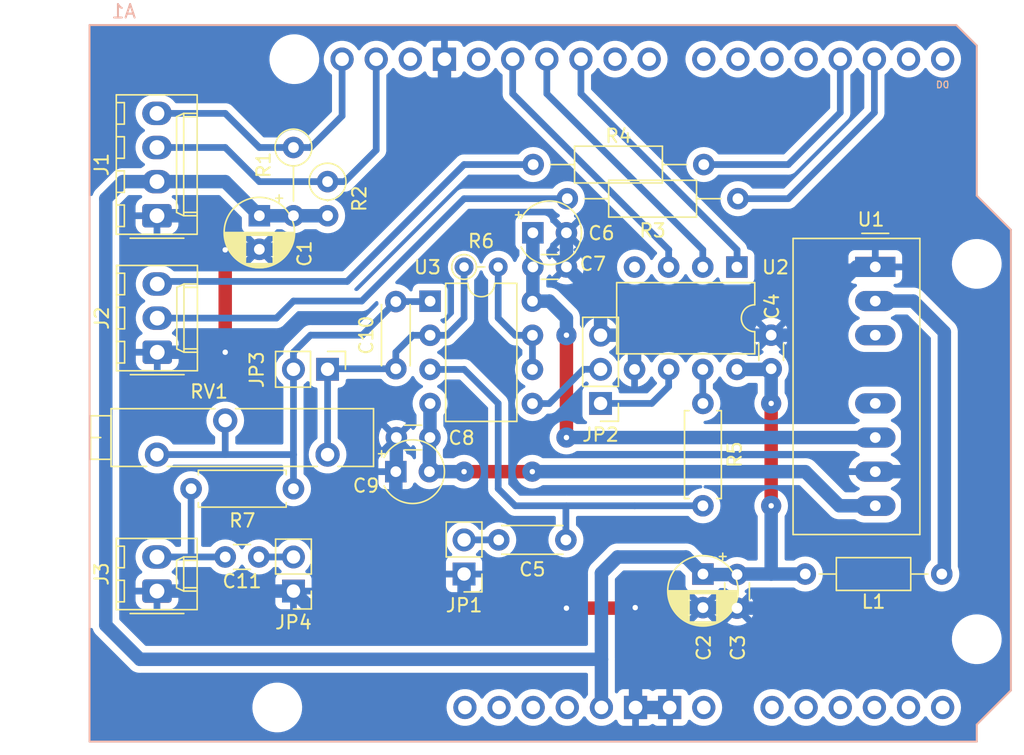
<source format=kicad_pcb>
(kicad_pcb (version 20221018) (generator pcbnew)
  (title_block (title "DAC Controller (Arduino Uno Shield)") (date "2023-09-05") (rev "1.1") (company "University of Vienna, Vienna, Austria.") (comment 1 "Disclaimer: Provided \"as is\", without warranty of any kind!") (comment 2 "License: CC-BY-SA-4.0") (comment 3 "Author: Andreas Gartus"))
  (layers (0 "F.Cu" signal) (31 "B.Cu" signal) (34 "B.Paste" user) (35 "F.Paste" user) (36 "B.SilkS" user "B.Silkscreen") (37 "F.SilkS" user "F.Silkscreen") (38 "B.Mask" user) (39 "F.Mask" user) (44 "Edge.Cuts" user))
  (net 0 "")
  (net 1 "Net-(A1-D2_INT0)")
  (net 2 "Net-(A1-D3_INT1)")
  (net 3 "Net-(J2-Pin_2)")
  (net 4 "Net-(U2-VOUT)")
  (net 5 "Net-(U3A-+)")
  (net 6 "Net-(JP3-B)")
  (net 7 "+5V")
  (net 8 "Net-(J1-Pin_4)")
  (net 9 "Net-(J1-Pin_3)")
  (net 10 "Net-(JP3-A)")
  (net 11 "Net-(U3B--)")
  (net 12 "Net-(A1-D10_CS)")
  (net 13 "Net-(U2-~{LOAD})")
  (net 15 "GND")
  (net 16 "Net-(JP2-A)")
  (net 17 "-5VA")
  (net 18 "Net-(JP2-C)")
  (net 19 "+5VA")
  (net 40 "Net-(U1-+VIN)")
  (net 43 "Net-(JP1-B)")
  (net 44 "Net-(JP4-B)")
  (net 45 "Net-(J2-Pin_3)")
  (net 46 "Net-(J3-Pin_2)")
  (net 47 "Net-(U2-DIN)")
  (footprint "Resistor_THT:R_Axial_DIN0204_L3.6mm_D1.6mm_P2.54mm_Vertical" (layer "F.Cu") (at 118.046 80.235763)
    (fp_text reference "R6" (at 1.27 -1.92) (layer "F.SilkS"))
    (fp_text value "10k")
    (pad "1" thru_hole circle (at 0 0) (size 1.4 1.4) (drill 0.7) (layers "*.Cu" "*.Mask") (net 10 "Net-(JP3-A)"))
    (pad "2" thru_hole oval (at 2.54 0) (size 1.4 1.4) (drill 0.7) (layers "*.Cu" "*.Mask") (net 11 "Net-(U3B--)"))
  )
  (footprint "Capacitor_THT:CP_Radial_D5.0mm_P2.50mm" (layer "F.Cu") (at 102.806 76.425763 -90)
    (fp_text reference "C1" (at 2.822237 -3.366 90) (layer "F.SilkS"))
    (fp_text value "10u")
    (pad "1" thru_hole rect (at 0 0 270) (size 1.6 1.6) (drill 0.8) (layers "*.Cu" "*.Mask") (net 7 "+5V"))
    (pad "2" thru_hole circle (at 2.5 0 270) (size 1.6 1.6) (drill 0.8) (layers "*.Cu" "*.Mask") (net 15 "GND"))
  )
  (footprint "Connector_PinHeader_2.54mm:PinHeader_1x02_P2.54mm_Vertical" (layer "F.Cu") (at 105.346 104.365763 180)
    (fp_text reference "JP4" (at 0 -2.33) (layer "F.SilkS"))
    (fp_text value "Filter Output")
    (pad "1" thru_hole rect (at 0 0 180) (size 1.7 1.7) (drill 1) (layers "*.Cu" "*.Mask") (net 15 "GND"))
    (pad "2" thru_hole oval (at 0 2.54 180) (size 1.7 1.7) (drill 1) (layers "*.Cu" "*.Mask") (net 44 "Net-(JP4-B)"))
  )
  (footprint "Capacitor_THT:C_Disc_D3.0mm_W1.6mm_P2.50mm" (layer "F.Cu") (at 140.906 87.815763 90)
    (fp_text reference "C4" (at 4.630763 0.064 90) (layer "F.SilkS"))
    (fp_text value "100n")
    (pad "1" thru_hole circle (at 0 0 90) (size 1.6 1.6) (drill 0.8) (layers "*.Cu" "*.Mask") (net 7 "+5V"))
    (pad "2" thru_hole circle (at 2.5 0 90) (size 1.6 1.6) (drill 0.8) (layers "*.Cu" "*.Mask") (net 15 "GND"))
  )
  (footprint "Capacitor_THT:C_Disc_D4.3mm_W1.9mm_P5.00mm" (layer "F.Cu") (at 112.966 87.815763 90)
    (fp_text reference "C10" (at 2.5 -2.2 90) (layer "F.SilkS"))
    (fp_text value "2p2")
    (pad "1" thru_hole circle (at 0 0 90) (size 1.6 1.6) (drill 0.8) (layers "*.Cu" "*.Mask") (net 10 "Net-(JP3-A)"))
    (pad "2" thru_hole circle (at 5 0 90) (size 1.6 1.6) (drill 0.8) (layers "*.Cu" "*.Mask") (net 6 "Net-(JP3-B)"))
  )
  (footprint "Connector_Molex:Molex_KK-254_AE-6410-03A_1x03_P2.54mm_Vertical" (layer "F.Cu") (at 95.206 86.585763 90)
    (fp_text reference "J2" (at 2.54 -4.12 90) (layer "F.SilkS"))
    (fp_text value "Trigger Output")
    (pad "1" thru_hole roundrect (at 0 0 90) (size 1.74 2.19) (drill 1.1) (layers "*.Cu" "*.Mask") (roundrect_rratio 0.143678) (net 15 "GND"))
    (pad "2" thru_hole oval (at 2.54 0 90) (size 1.74 2.19) (drill 1.1) (layers "*.Cu" "*.Mask") (net 3 "Net-(J2-Pin_2)"))
    (pad "3" thru_hole oval (at 5.08 0 90) (size 1.74 2.19) (drill 1.1) (layers "*.Cu" "*.Mask") (net 45 "Net-(J2-Pin_3)"))
  )
  (footprint "Connector_Molex:Molex_KK-254_AE-6410-04A_1x04_P2.54mm_Vertical" (layer "F.Cu") (at 95.186 76.425763 90)
    (fp_text reference "J1" (at 3.81 -4.12 90) (layer "F.SilkS"))
    (fp_text value "I2C Display")
    (pad "1" thru_hole roundrect (at 0 0 90) (size 1.74 2.19) (drill 1.1) (layers "*.Cu" "*.Mask") (roundrect_rratio 0.143678) (net 15 "GND"))
    (pad "2" thru_hole oval (at 2.54 0 90) (size 1.74 2.19) (drill 1.1) (layers "*.Cu" "*.Mask") (net 7 "+5V"))
    (pad "3" thru_hole oval (at 5.08 0 90) (size 1.74 2.19) (drill 1.1) (layers "*.Cu" "*.Mask") (net 9 "Net-(J1-Pin_3)"))
    (pad "4" thru_hole oval (at 7.62 0 90) (size 1.74 2.19) (drill 1.1) (layers "*.Cu" "*.Mask") (net 8 "Net-(J1-Pin_4)"))
  )
  (footprint "Capacitor_THT:C_Disc_D4.3mm_W1.9mm_P5.00mm" (layer "F.Cu") (at 125.626 100.555763 180)
    (fp_text reference "C5" (at 2.5 -2.2) (layer "F.SilkS"))
    (fp_text value "100n")
    (pad "1" thru_hole circle (at 0 0 180) (size 1.6 1.6) (drill 0.8) (layers "*.Cu" "*.Mask") (net 5 "Net-(U3A-+)"))
    (pad "2" thru_hole circle (at 5 0 180) (size 1.6 1.6) (drill 0.8) (layers "*.Cu" "*.Mask") (net 43 "Net-(JP1-B)"))
  )
  (footprint "Resistor_THT:R_Axial_DIN0207_L6.3mm_D2.5mm_P10.16mm_Horizontal" (layer "F.Cu") (at 137.16 75.155763 180)
    (fp_text reference "R3" (at 5.08 -2.37 180) (layer "F.SilkS"))
    (fp_text value "100R")
    (pad "1" thru_hole circle (at -1.27 0 180) (size 1.6 1.6) (drill 0.8) (layers "*.Cu" "*.Mask") (net 1 "Net-(A1-D2_INT0)"))
    (pad "2" thru_hole oval (at 11.43 0 180) (size 1.6 1.6) (drill 0.8) (layers "*.Cu" "*.Mask") (net 3 "Net-(J2-Pin_2)"))
  )
  (footprint "Connector_PinHeader_2.54mm:PinHeader_1x03_P2.54mm_Vertical" (layer "F.Cu") (at 128.206 90.395763 180)
    (fp_text reference "JP2" (at 0 -2.33) (layer "F.SilkS"))
    (fp_text value "Negative bias")
    (pad "1" thru_hole rect (at 0 0 180) (size 1.7 1.7) (drill 1) (layers "*.Cu" "*.Mask") (net 16 "Net-(JP2-A)"))
    (pad "2" thru_hole oval (at 0 2.54 180) (size 1.7 1.7) (drill 1) (layers "*.Cu" "*.Mask") (net 18 "Net-(JP2-C)"))
    (pad "3" thru_hole oval (at 0 5.08 180) (size 1.7 1.7) (drill 1) (layers "*.Cu" "*.Mask") (net 15 "GND"))
  )
  (footprint "Resistor_THT:R_Axial_DIN0207_L6.3mm_D2.5mm_P7.62mm_Horizontal" (layer "F.Cu") (at 105.346 96.745763 180)
    (fp_text reference "R7" (at 3.81 -2.37) (layer "F.SilkS"))
    (fp_text value "47R")
    (pad "1" thru_hole circle (at 0 0 180) (size 1.6 1.6) (drill 0.8) (layers "*.Cu" "*.Mask") (net 6 "Net-(JP3-B)"))
    (pad "2" thru_hole oval (at 7.62 0 180) (size 1.6 1.6) (drill 0.8) (layers "*.Cu" "*.Mask") (net 46 "Net-(J3-Pin_2)"))
  )
  (footprint "Connector_Molex:Molex_KK-254_AE-6410-02A_1x02_P2.54mm_Vertical" (layer "F.Cu") (at 95.186 104.365763 90)
    (fp_text reference "J3" (at 1.27 -4.12 90) (layer "F.SilkS"))
    (fp_text value "Analog Output")
    (pad "1" thru_hole roundrect (at 0 0 90) (size 1.74 2.19) (drill 1.1) (layers "*.Cu" "*.Mask") (roundrect_rratio 0.143678) (net 15 "GND"))
    (pad "2" thru_hole oval (at 2.54 0 90) (size 1.74 2.19) (drill 1.1) (layers "*.Cu" "*.Mask") (net 46 "Net-(J3-Pin_2)"))
  )
  (footprint "Capacitor_THT:C_Disc_D3.0mm_W1.6mm_P2.50mm" (layer "F.Cu") (at 123.166 80.235763)
    (fp_text reference "C7" (at 4.469 -0.225763) (layer "F.SilkS"))
    (fp_text value "10n")
    (pad "1" thru_hole circle (at 0 0) (size 1.6 1.6) (drill 0.8) (layers "*.Cu" "*.Mask") (net 19 "+5VA"))
    (pad "2" thru_hole circle (at 2.5 0) (size 1.6 1.6) (drill 0.8) (layers "*.Cu" "*.Mask") (net 15 "GND"))
  )
  (footprint "Capacitor_THT:C_Disc_D3.0mm_W1.6mm_P2.50mm" (layer "F.Cu") (at 100.266 101.825763)
    (fp_text reference "C11" (at 1.25 1.806237) (layer "F.SilkS"))
    (fp_text value "10n")
    (pad "1" thru_hole circle (at 0 0) (size 1.6 1.6) (drill 0.8) (layers "*.Cu" "*.Mask") (net 46 "Net-(J3-Pin_2)"))
    (pad "2" thru_hole circle (at 2.5 0) (size 1.6 1.6) (drill 0.8) (layers "*.Cu" "*.Mask") (net 44 "Net-(JP4-B)"))
  )
  (footprint "PCM_arduino-library:Arduino_Uno_R3_Shield" (layer "F.Cu") (at 90.17 115.57)
    (fp_text reference "A1" (at 2.54 -54.356) (layer "B.SilkS") (effects (justify mirror)))
    (fp_text value "Arduino_Uno_R3_SMD_Shield")
    (fp_text user "D0" (at 63.5 -48.895 unlocked) (layer "B.SilkS") (effects (font (size 0.5 0.5) (thickness 0.075)) (justify mirror)))
    (fp_text user "D0" (at 63.5 -48.895 unlocked) (layer "F.SilkS") (effects (font (size 0.5 0.5) (thickness 0.075))))
    (pad "" np_thru_hole circle (at 13.97 -2.54) (size 3.2 3.2) (drill 3.2) (layers "*.Cu" "*.Mask"))
    (pad "" np_thru_hole circle (at 15.24 -50.8) (size 3.2 3.2) (drill 3.2) (layers "*.Cu" "*.Mask"))
    (pad "" thru_hole oval (at 27.94 -2.54) (size 1.7272 1.7272) (drill 1.016) (layers "*.Cu" "*.Mask"))
    (pad "" np_thru_hole circle (at 66.04 -35.56) (size 3.2 3.2) (drill 3.2) (layers "*.Cu" "*.Mask"))
    (pad "" np_thru_hole circle (at 66.04 -7.62) (size 3.2 3.2) (drill 3.2) (layers "*.Cu" "*.Mask"))
    (pad "3V3" thru_hole oval (at 35.56 -2.54) (size 1.7272 1.7272) (drill 1.016) (layers "*.Cu" "*.Mask"))
    (pad "5V1" thru_hole oval (at 38.1 -2.54) (size 1.7272 1.7272) (drill 1.016) (layers "*.Cu" "*.Mask") (net 7 "+5V"))
    (pad "A0" thru_hole oval (at 50.8 -2.54) (size 1.7272 1.7272) (drill 1.016) (layers "*.Cu" "*.Mask"))
    (pad "A1" thru_hole oval (at 53.34 -2.54) (size 1.7272 1.7272) (drill 1.016) (layers "*.Cu" "*.Mask"))
    (pad "A2" thru_hole oval (at 55.88 -2.54) (size 1.7272 1.7272) (drill 1.016) (layers "*.Cu" "*.Mask"))
    (pad "A3" thru_hole oval (at 58.42 -2.54) (size 1.7272 1.7272) (drill 1.016) (layers "*.Cu" "*.Mask"))
    (pad "A4" thru_hole oval (at 60.96 -2.54) (size 1.7272 1.7272) (drill 1.016) (layers "*.Cu" "*.Mask"))
    (pad "A5" thru_hole oval (at 63.5 -2.54) (size 1.7272 1.7272) (drill 1.016) (layers "*.Cu" "*.Mask"))
    (pad "AREF" thru_hole oval (at 23.876 -50.8) (size 1.7272 1.7272) (drill 1.016) (layers "*.Cu" "*.Mask"))
    (pad "D0" thru_hole oval (at 63.5 -50.8) (size 1.7272 1.7272) (drill 1.016) (layers "*.Cu" "*.Mask"))
    (pad "D1" thru_hole oval (at 60.96 -50.8) (size 1.7272 1.7272) (drill 1.016) (layers "*.Cu" "*.Mask"))
    (pad "D2" thru_hole oval (at 58.42 -50.8) (size 1.7272 1.7272) (drill 1.016) (layers "*.Cu" "*.Mask") (net 1 "Net-(A1-D2_INT0)"))
    (pad "D3" thru_hole oval (at 55.88 -50.8) (size 1.7272 1.7272) (drill 1.016) (layers "*.Cu" "*.Mask") (net 2 "Net-(A1-D3_INT1)"))
    (pad "D4" thru_hole oval (at 53.34 -50.8) (size 1.7272 1.7272) (drill 1.016) (layers "*.Cu" "*.Mask"))
    (pad "D5" thru_hole oval (at 50.8 -50.8) (size 1.7272 1.7272) (drill 1.016) (layers "*.Cu" "*.Mask"))
    (pad "D6" thru_hole oval (at 48.26 -50.8) (size 1.7272 1.7272) (drill 1.016) (layers "*.Cu" "*.Mask"))
    (pad "D7" thru_hole oval (at 45.72 -50.8) (size 1.7272 1.7272) (drill 1.016) (layers "*.Cu" "*.Mask"))
    (pad "D8" thru_hole oval (at 41.656 -50.8) (size 1.7272 1.7272) (drill 1.016) (layers "*.Cu" "*.Mask"))
    (pad "D9" thru_hole oval (at 39.116 -50.8) (size 1.7272 1.7272) (drill 1.016) (layers "*.Cu" "*.Mask"))
    (pad "D10" thru_hole oval (at 36.576 -50.8) (size 1.7272 1.7272) (drill 1.016) (layers "*.Cu" "*.Mask") (net 12 "Net-(A1-D10_CS)"))
    (pad "D11" thru_hole oval (at 34.036 -50.8) (size 1.7272 1.7272) (drill 1.016) (layers "*.Cu" "*.Mask") (net 47 "Net-(U2-DIN)"))
    (pad "D12" thru_hole oval (at 31.496 -50.8) (size 1.7272 1.7272) (drill 1.016) (layers "*.Cu" "*.Mask") (net 13 "Net-(U2-~{LOAD})"))
    (pad "D13" thru_hole oval (at 28.956 -50.8) (size 1.7272 1.7272) (drill 1.016) (layers "*.Cu" "*.Mask"))
    (pad "GND1" thru_hole rect (at 26.416 -50.8) (size 1.7272 1.7272) (drill 1.016) (layers "*.Cu" "*.Mask") (net 15 "GND"))
    (pad "GND2" thru_hole rect (at 40.64 -2.54) (size 1.7272 1.7272) (drill 1.016) (layers "*.Cu" "*.Mask") (net 15 "GND"))
    (pad "GND3" thru_hole rect (at 43.18 -2.54) (size 1.7272 1.7272) (drill 1.016) (layers "*.Cu" "*.Mask") (net 15 "GND"))
    (pad "IORF" thru_hole oval (at 30.48 -2.54) (size 1.7272 1.7272) (drill 1.016) (layers "*.Cu" "*.Mask"))
    (pad "RST1" thru_hole oval (at 33.02 -2.54) (size 1.7272 1.7272) (drill 1.016) (layers "*.Cu" "*.Mask"))
    (pad "SCL" thru_hole oval (at 18.796 -50.8) (size 1.7272 1.7272) (drill 1.016) (layers "*.Cu" "*.Mask") (net 8 "Net-(J1-Pin_4)"))
    (pad "SDA" thru_hole oval (at 21.336 -50.8) (size 1.7272 1.7272) (drill 1.016) (layers "*.Cu" "*.Mask") (net 9 "Net-(J1-Pin_3)"))
    (pad "VIN" thru_hole oval (at 45.72 -2.54) (size 1.7272 1.7272) (drill 1.016) (layers "*.Cu" "*.Mask"))
  )
  (footprint "Capacitor_THT:CP_Radial_Tantal_D4.5mm_P2.50mm" (layer "F.Cu") (at 123.166 77.695763)
    (fp_text reference "C6" (at 5.104 0.028237) (layer "F.SilkS"))
    (fp_text value "2u2")
    (pad "1" thru_hole rect (at 0 0) (size 1.6 1.6) (drill 0.8) (layers "*.Cu" "*.Mask") (net 19 "+5VA"))
    (pad "2" thru_hole circle (at 2.5 0) (size 1.6 1.6) (drill 0.8) (layers "*.Cu" "*.Mask") (net 15 "GND"))
  )
  (footprint "Connector_PinHeader_2.54mm:PinHeader_1x02_P2.54mm_Vertical" (layer "F.Cu") (at 107.886 87.855763 -90)
    (fp_text reference "JP3" (at 0.028237 5.27 90) (layer "F.SilkS"))
    (fp_text value "Gain = 1")
    (pad "1" thru_hole rect (at 0 0 270) (size 1.7 1.7) (drill 1) (layers "*.Cu" "*.Mask") (net 10 "Net-(JP3-A)"))
    (pad "2" thru_hole oval (at 0 2.54 270) (size 1.7 1.7) (drill 1) (layers "*.Cu" "*.Mask") (net 6 "Net-(JP3-B)"))
  )
  (footprint "Connector_PinHeader_2.54mm:PinHeader_1x02_P2.54mm_Vertical" (layer "F.Cu") (at 118.046 103.095763 180)
    (fp_text reference "JP1" (at 0 -2.33) (layer "F.SilkS"))
    (fp_text value "Filter DAC")
    (pad "1" thru_hole rect (at 0 0 180) (size 1.7 1.7) (drill 1) (layers "*.Cu" "*.Mask") (net 15 "GND"))
    (pad "2" thru_hole oval (at 0 2.54 180) (size 1.7 1.7) (drill 1) (layers "*.Cu" "*.Mask") (net 43 "Net-(JP1-B)"))
  )
  (footprint "Package_DIP:DIP-8_W7.62mm" (layer "F.Cu") (at 138.356 80.245763 -90)
    (fp_text reference "U2" (at 0.018237 -2.868 -180) (layer "F.SilkS"))
    (fp_text value "LTC1257")
    (pad "1" thru_hole rect (at 0 0 270) (size 1.6 1.6) (drill 0.8) (layers "*.Cu" "*.Mask") (net 12 "Net-(A1-D10_CS)"))
    (pad "2" thru_hole oval (at 0 2.54 270) (size 1.6 1.6) (drill 0.8) (layers "*.Cu" "*.Mask") (net 47 "Net-(U2-DIN)"))
    (pad "3" thru_hole oval (at 0 5.08 270) (size 1.6 1.6) (drill 0.8) (layers "*.Cu" "*.Mask") (net 13 "Net-(U2-~{LOAD})"))
    (pad "4" thru_hole oval (at 0 7.62 270) (size 1.6 1.6) (drill 0.8) (layers "*.Cu" "*.Mask"))
    (pad "5" thru_hole oval (at 7.62 7.62 270) (size 1.6 1.6) (drill 0.8) (layers "*.Cu" "*.Mask") (net 15 "GND"))
    (pad "6" thru_hole oval (at 7.62 5.08 270) (size 1.6 1.6) (drill 0.8) (layers "*.Cu" "*.Mask") (net 16 "Net-(JP2-A)"))
    (pad "7" thru_hole oval (at 7.62 2.54 270) (size 1.6 1.6) (drill 0.8) (layers "*.Cu" "*.Mask") (net 4 "Net-(U2-VOUT)"))
    (pad "8" thru_hole oval (at 7.62 0 270) (size 1.6 1.6) (drill 0.8) (layers "*.Cu" "*.Mask") (net 7 "+5V"))
  )
  (footprint "Capacitor_THT:C_Disc_D3.0mm_W1.6mm_P2.50mm" (layer "F.Cu") (at 115.506 92.935763 180)
    (fp_text reference "C9" (at 4.762 -3.584237) (layer "F.SilkS"))
    (fp_text value "10n")
    (pad "1" thru_hole circle (at 0 0 180) (size 1.6 1.6) (drill 0.8) (layers "*.Cu" "*.Mask") (net 17 "-5VA"))
    (pad "2" thru_hole circle (at 2.5 0 180) (size 1.6 1.6) (drill 0.8) (layers "*.Cu" "*.Mask") (net 15 "GND"))
  )
  (footprint "Resistor_THT:R_Axial_DIN0207_L6.3mm_D2.5mm_P7.62mm_Horizontal" (layer "F.Cu") (at 135.826 90.395763 -90)
    (fp_text reference "R5" (at 3.81 -2.37 90) (layer "F.SilkS"))
    (fp_text value "22R")
    (pad "1" thru_hole circle (at 0 0 270) (size 1.6 1.6) (drill 0.8) (layers "*.Cu" "*.Mask") (net 4 "Net-(U2-VOUT)"))
    (pad "2" thru_hole oval (at 7.62 0 270) (size 1.6 1.6) (drill 0.8) (layers "*.Cu" "*.Mask") (net 5 "Net-(U3A-+)"))
  )
  (footprint "Resistor_THT:R_Axial_DIN0207_L6.3mm_D2.5mm_P10.16mm_Horizontal" (layer "F.Cu") (at 134.62 72.615763 180)
    (fp_text reference "R4" (at 5.08 2.130763 180) (layer "F.SilkS"))
    (fp_text value "100R")
    (pad "1" thru_hole circle (at -1.27 0 180) (size 1.6 1.6) (drill 0.8) (layers "*.Cu" "*.Mask") (net 2 "Net-(A1-D3_INT1)"))
    (pad "2" thru_hole oval (at 11.43 0 180) (size 1.6 1.6) (drill 0.8) (layers "*.Cu" "*.Mask") (net 45 "Net-(J2-Pin_3)"))
  )
  (footprint "Inductor_THT:L_Axial_L5.3mm_D2.2mm_P10.16mm_Horizontal_Vishay_IM-1" (layer "F.Cu") (at 143.446 103.095763)
    (fp_text reference "L1" (at 5.08 2.060237) (layer "F.SilkS"))
    (fp_text value "3u3")
    (pad "1" thru_hole circle (at 0 0) (size 1.6 1.6) (drill 0.8) (layers "*.Cu" "*.Mask") (net 7 "+5V"))
    (pad "2" thru_hole oval (at 10.16 0) (size 1.6 1.6) (drill 0.8) (layers "*.Cu" "*.Mask") (net 40 "Net-(U1-+VIN)"))
  )
  (footprint "Capacitor_THT:CP_Radial_Tantal_D4.5mm_P2.50mm" (layer "F.Cu") (at 112.966 95.475763)
    (fp_text reference "C8" (at 4.89 -2.511763) (layer "F.SilkS"))
    (fp_text value "2u2")
    (pad "1" thru_hole rect (at 0 0) (size 1.6 1.6) (drill 0.8) (layers "*.Cu" "*.Mask") (net 15 "GND"))
    (pad "2" thru_hole circle (at 2.5 0) (size 1.6 1.6) (drill 0.8) (layers "*.Cu" "*.Mask") (net 17 "-5VA"))
  )
  (footprint "Capacitor_THT:CP_Radial_D5.0mm_P2.50mm" (layer "F.Cu") (at 135.826 103.095763 -90)
    (fp_text reference "C2" (at 5.489237 -0.064 -90) (layer "F.SilkS"))
    (fp_text value "22u")
    (pad "1" thru_hole rect (at 0 0 270) (size 1.6 1.6) (drill 0.8) (layers "*.Cu" "*.Mask") (net 7 "+5V"))
    (pad "2" thru_hole circle (at 2.5 0 270) (size 1.6 1.6) (drill 0.8) (layers "*.Cu" "*.Mask") (net 15 "GND"))
  )
  (footprint "Package_DIP:DIP-8_W7.62mm" (layer "F.Cu") (at 115.516 82.785763)
    (fp_text reference "U3" (at -0.2 -2.521763) (layer "F.SilkS"))
    (fp_text value "LM6172")
    (pad "1" thru_hole rect (at 0 0) (size 1.6 1.6) (drill 0.8) (layers "*.Cu" "*.Mask") (net 6 "Net-(JP3-B)"))
    (pad "2" thru_hole oval (at 0 2.54) (size 1.6 1.6) (drill 0.8) (layers "*.Cu" "*.Mask") (net 10 "Net-(JP3-A)"))
    (pad "3" thru_hole oval (at 0 5.08) (size 1.6 1.6) (drill 0.8) (layers "*.Cu" "*.Mask") (net 5 "Net-(U3A-+)"))
    (pad "4" thru_hole oval (at 0 7.62) (size 1.6 1.6) (drill 0.8) (layers "*.Cu" "*.Mask") (net 17 "-5VA"))
    (pad "5" thru_hole oval (at 7.62 7.62) (size 1.6 1.6) (drill 0.8) (layers "*.Cu" "*.Mask") (net 18 "Net-(JP2-C)"))
    (pad "6" thru_hole oval (at 7.62 5.08) (size 1.6 1.6) (drill 0.8) (layers "*.Cu" "*.Mask") (net 11 "Net-(U3B--)"))
    (pad "7" thru_hole oval (at 7.62 2.54) (size 1.6 1.6) (drill 0.8) (layers "*.Cu" "*.Mask") (net 11 "Net-(U3B--)"))
    (pad "8" thru_hole oval (at 7.62 0) (size 1.6 1.6) (drill 0.8) (layers "*.Cu" "*.Mask") (net 19 "+5VA"))
  )
  (footprint "Resistor_THT:R_Axial_DIN0207_L6.3mm_D2.5mm_P5.08mm_Vertical" (layer "F.Cu") (at 105.346 71.345763 -90)
    (fp_text reference "R1" (at 1.298237 2.222 90) (layer "F.SilkS"))
    (fp_text value "10k")
    (pad "1" thru_hole circle (at 0 0 270) (size 1.6 1.6) (drill 0.8) (layers "*.Cu" "*.Mask") (net 8 "Net-(J1-Pin_4)"))
    (pad "2" thru_hole oval (at 5.08 0 270) (size 1.6 1.6) (drill 0.8) (layers "*.Cu" "*.Mask") (net 7 "+5V"))
  )
  (footprint "Converter_DCDC:Converter_DCDC_TRACO_TMR-xxxx_THT" (layer "F.Cu") (at 148.656 80.235763 -90)
    (fp_text reference "U1" (at -3.527763 0.32 -180) (layer "F.SilkS"))
    (fp_text value "TMR-0521")
    (pad "1" thru_hole rect (at 0 0 270) (size 1.5 3) (drill 0.8) (layers "*.Cu" "*.Mask") (net 15 "GND"))
    (pad "2" thru_hole oval (at 2.54 0 270) (size 1.5 3) (drill 0.8) (layers "*.Cu" "*.Mask") (net 40 "Net-(U1-+VIN)"))
    (pad "3" thru_hole oval (at 5.08 0 270) (size 1.5 3) (drill 0.8) (layers "*.Cu" "*.Mask"))
    (pad "5" thru_hole oval (at 10.16 0 270) (size 1.5 3) (drill 0.8) (layers "*.Cu" "*.Mask"))
    (pad "6" thru_hole oval (at 12.7 0 270) (size 1.5 3) (drill 0.8) (layers "*.Cu" "*.Mask") (net 19 "+5VA"))
    (pad "7" thru_hole oval (at 15.24 0 270) (size 1.5 3) (drill 0.8) (layers "*.Cu" "*.Mask") (net 15 "GND"))
    (pad "8" thru_hole oval (at 17.78 0 270) (size 1.5 3) (drill 0.8) (layers "*.Cu" "*.Mask") (net 17 "-5VA"))
  )
  (footprint "Capacitor_THT:C_Disc_D3.0mm_W1.6mm_P2.50mm" (layer "F.Cu") (at 138.366 103.135763 -90)
    (fp_text reference "C3" (at 5.449237 -0.064 90) (layer "F.SilkS"))
    (fp_text value "100n")
    (pad "1" thru_hole circle (at 0 0 270) (size 1.6 1.6) (drill 0.8) (layers "*.Cu" "*.Mask") (net 7 "+5V"))
    (pad "2" thru_hole circle (at 2.5 0 270) (size 1.6 1.6) (drill 0.8) (layers "*.Cu" "*.Mask") (net 15 "GND"))
  )
  (footprint "Potentiometer_THT:Potentiometer_Bourns_3005_Horizontal" (layer "F.Cu") (at 107.886 94.205763)
    (fp_text reference "RV1" (at -8.826 -4.69) (layer "F.SilkS"))
    (fp_text value "20k")
    (pad "1" thru_hole circle (at 0 0) (size 1.8 1.8) (drill 1) (layers "*.Cu" "*.Mask") (net 10 "Net-(JP3-A)"))
    (pad "2" thru_hole circle (at -7.62 -2.54) (size 1.8 1.8) (drill 1) (layers "*.Cu" "*.Mask") (net 6 "Net-(JP3-B)"))
    (pad "3" thru_hole circle (at -12.7 0) (size 1.8 1.8) (drill 1) (layers "*.Cu" "*.Mask") (net 6 "Net-(JP3-B)"))
  )
  (footprint "Resistor_THT:R_Axial_DIN0207_L6.3mm_D2.5mm_P2.54mm_Vertical" (layer "F.Cu") (at 107.886 73.885763 -90)
    (fp_text reference "R2" (at 1.27 -2.37 90) (layer "F.SilkS"))
    (fp_text value "10k")
    (pad "1" thru_hole circle (at 0 0 270) (size 1.6 1.6) (drill 0.8) (layers "*.Cu" "*.Mask") (net 9 "Net-(J1-Pin_3)"))
    (pad "2" thru_hole oval (at 2.54 0 270) (size 1.6 1.6) (drill 0.8) (layers "*.Cu" "*.Mask") (net 7 "+5V"))
  )
  (segment (start 142.176 75.155763) (end 138.366 75.155763) (width 0.5) (layer "B.Cu") (net 1))
  (segment (start 148.59 64.77) (end 148.59 68.741763) (width 0.5) (layer "B.Cu") (net 1))
  (segment (start 148.59 68.741763) (end 142.176 75.155763) (width 0.5) (layer "B.Cu") (net 1))
  (segment (start 146.05 64.77) (end 146.05 68.741763) (width 0.5) (layer "B.Cu") (net 2))
  (segment (start 142.176 72.615763) (end 135.826 72.615763) (width 0.5) (layer "B.Cu") (net 2))
  (segment (start 146.05 68.741763) (end 142.176 72.615763) (width 0.5) (layer "B.Cu") (net 2))
  (segment (start 105.346 82.775763) (end 110.426 82.775763) (width 0.5) (layer "B.Cu") (net 3))
  (segment (start 95.206 84.045763) (end 104.076 84.045763) (width 0.5) (layer "B.Cu") (net 3))
  (segment (start 104.076 84.045763) (end 105.346 82.775763) (width 0.5) (layer "B.Cu") (net 3))
  (segment (start 110.426 82.775763) (end 118.046 75.155763) (width 0.5) (layer "B.Cu") (net 3))
  (segment (start 118.046 75.155763) (end 125.666 75.155763) (width 0.5) (layer "B.Cu") (net 3))
  (segment (start 135.816 87.865763) (end 135.816 90.385763) (width 0.5) (layer "B.Cu") (net 4))
  (segment (start 135.816 90.385763) (end 135.826 90.395763) (width 1) (layer "B.Cu") (net 4))
  (segment (start 118.036 87.865763) (end 115.516 87.865763) (width 0.5) (layer "B.Cu") (net 5))
  (segment (start 120.586 96.745763) (end 120.586 90.395763) (width 0.5) (layer "B.Cu") (net 5))
  (segment (start 120.586 90.395763) (end 118.046 87.855763) (width 0.5) (layer "B.Cu") (net 5))
  (segment (start 125.626 100.555763) (end 125.626 98.055763) (width 0.5) (layer "B.Cu") (net 5))
  (segment (start 121.856 98.015763) (end 120.586 96.745763) (width 0.5) (layer "B.Cu") (net 5))
  (segment (start 125.666 98.015763) (end 121.856 98.015763) (width 0.5) (layer "B.Cu") (net 5))
  (segment (start 118.046 87.855763) (end 118.036 87.865763) (width 0.5) (layer "B.Cu") (net 5))
  (segment (start 130.746 98.015763) (end 125.666 98.015763) (width 0.5) (layer "B.Cu") (net 5))
  (segment (start 125.626 98.055763) (end 125.666 98.015763) (width 0.5) (layer "B.Cu") (net 5))
  (segment (start 135.826 98.015763) (end 130.746 98.015763) (width 0.5) (layer "B.Cu") (net 5))
  (segment (start 100.266 91.665763) (end 100.266 94.205763) (width 0.5) (layer "B.Cu") (net 6))
  (segment (start 112.966 82.815763) (end 115.486 82.815763) (width 0.5) (layer "B.Cu") (net 6))
  (segment (start 105.346 86.585763) (end 105.346 87.855763) (width 0.5) (layer "B.Cu") (net 6))
  (segment (start 110.466 85.315763) (end 106.616 85.315763) (width 0.5) (layer "B.Cu") (net 6))
  (segment (start 112.966 82.815763) (end 110.466 85.315763) (width 0.5) (layer "B.Cu") (net 6))
  (segment (start 95.186 94.205763) (end 100.266 94.205763) (width 0.5) (layer "B.Cu") (net 6))
  (segment (start 115.486 82.815763) (end 115.516 82.785763) (width 0.5) (layer "B.Cu") (net 6))
  (segment (start 105.346 94.205763) (end 105.346 96.745763) (width 0.5) (layer "B.Cu") (net 6))
  (segment (start 106.616 85.315763) (end 105.346 86.585763) (width 0.5) (layer "B.Cu") (net 6))
  (segment (start 105.346 87.855763) (end 105.346 94.205763) (width 0.5) (layer "B.Cu") (net 6))
  (segment (start 100.266 94.205763) (end 105.346 94.205763) (width 0.5) (layer "B.Cu") (net 6))
  (segment (start 140.906 90.395763) (end 140.906 98.015763) (width 1) (layer "F.Cu") (net 7))
  (via (at 140.906 90.395763) (size 1.5) (drill 0.4) (layers "F.Cu" "B.Cu") (net 7))
  (via (at 140.906 98.015763) (size 1.5) (drill 0.4) (layers "F.Cu" "B.Cu") (net 7))
  (segment (start 105.346 76.425763) (end 102.806 76.425763) (width 1) (layer "B.Cu") (net 7))
  (segment (start 138.366 103.135763) (end 135.866 103.135763) (width 1) (layer "B.Cu") (net 7))
  (segment (start 128.27 109.445763) (end 128.27 103.031763) (width 1) (layer "B.Cu") (net 7))
  (segment (start 128.27 109.445763) (end 93.916 109.445763) (width 1) (layer "B.Cu") (net 7))
  (segment (start 100.266 73.885763) (end 95.186 73.885763) (width 1) (layer "B.Cu") (net 7))
  (segment (start 128.27 103.031763) (end 129.476 101.825763) (width 1) (layer "B.Cu") (net 7))
  (segment (start 134.556 101.825763) (end 135.826 103.095763) (width 1) (layer "B.Cu") (net 7))
  (segment (start 93.916 109.445763) (end 91.376 106.905763) (width 1) (layer "B.Cu") (net 7))
  (segment (start 129.476 101.825763) (end 134.556 101.825763) (width 1) (layer "B.Cu") (net 7))
  (segment (start 135.866 103.135763) (end 135.826 103.095763) (width 1) (layer "B.Cu") (net 7))
  (segment (start 140.906 103.095763) (end 140.906 98.015763) (width 1) (layer "B.Cu") (net 7))
  (segment (start 140.906 103.095763) (end 138.406 103.095763) (width 1) (layer "B.Cu") (net 7))
  (segment (start 91.376 106.905763) (end 91.376 75.155763) (width 1) (layer "B.Cu") (net 7))
  (segment (start 107.886 76.425763) (end 105.346 76.425763) (width 1) (layer "B.Cu") (net 7))
  (segment (start 102.806 76.425763) (end 100.266 73.885763) (width 1) (layer "B.Cu") (net 7))
  (segment (start 143.446 103.095763) (end 140.906 103.095763) (width 1) (layer "B.Cu") (net 7))
  (segment (start 128.27 113.03) (end 128.27 109.445763) (width 1) (layer "B.Cu") (net 7))
  (segment (start 138.406 103.095763) (end 138.366 103.135763) (width 1) (layer "B.Cu") (net 7))
  (segment (start 92.646 73.885763) (end 95.186 73.885763) (width 1) (layer "B.Cu") (net 7))
  (segment (start 140.906 87.815763) (end 140.906 90.395763) (width 1) (layer "B.Cu") (net 7))
  (segment (start 91.376 75.155763) (end 92.646 73.885763) (width 1) (layer "B.Cu") (net 7))
  (segment (start 138.356 87.865763) (end 140.856 87.865763) (width 1) (layer "B.Cu") (net 7))
  (segment (start 140.856 87.865763) (end 140.906 87.815763) (width 1) (layer "B.Cu") (net 7))
  (segment (start 105.346 71.345763) (end 106.616 71.345763) (width 0.5) (layer "B.Cu") (net 8))
  (segment (start 102.806 71.345763) (end 105.346 71.345763) (width 0.5) (layer "B.Cu") (net 8))
  (segment (start 106.616 71.345763) (end 108.966 68.995763) (width 0.5) (layer "B.Cu") (net 8))
  (segment (start 95.186 68.805763) (end 100.266 68.805763) (width 0.5) (layer "B.Cu") (net 8))
  (segment (start 100.266 68.805763) (end 102.806 71.345763) (width 0.5) (layer "B.Cu") (net 8))
  (segment (start 108.966 68.995763) (end 108.966 64.77) (width 0.5) (layer "B.Cu") (net 8))
  (segment (start 111.506 71.535763) (end 111.506 64.77) (width 0.5) (layer "B.Cu") (net 9))
  (segment (start 107.886 73.885763) (end 109.156 73.885763) (width 0.5) (layer "B.Cu") (net 9))
  (segment (start 109.156 73.885763) (end 111.506 71.535763) (width 0.5) (layer "B.Cu") (net 9))
  (segment (start 95.186 71.345763) (end 100.266 71.345763) (width 0.5) (layer "B.Cu") (net 9))
  (segment (start 100.266 71.345763) (end 101.536 72.615763) (width 0.25) (layer "B.Cu") (net 9))
  (segment (start 102.806 73.885763) (end 107.886 73.885763) (width 0.5) (layer "B.Cu") (net 9))
  (segment (start 100.266 71.345763) (end 102.806 73.885763) (width 0.5) (layer "B.Cu") (net 9))
  (segment (start 114.246 85.325763) (end 114.236 85.315763) (width 0.5) (layer "B.Cu") (net 10))
  (segment (start 112.966 87.815763) (end 107.926 87.815763) (width 0.5) (layer "B.Cu") (net 10))
  (segment (start 114.236 85.315763) (end 112.966 86.585763) (width 0.5) (layer "B.Cu") (net 10))
  (segment (start 118.046 80.235763) (end 118.046 84.045763) (width 0.5) (layer "B.Cu") (net 10))
  (segment (start 107.926 87.815763) (end 107.886 87.855763) (width 0.5) (layer "B.Cu") (net 10))
  (segment (start 107.886 87.855763) (end 107.886 94.205763) (width 0.5) (layer "B.Cu") (net 10))
  (segment (start 115.516 85.325763) (end 114.246 85.325763) (width 0.5) (layer "B.Cu") (net 10))
  (segment (start 118.046 84.045763) (end 116.766 85.325763) (width 0.5) (layer "B.Cu") (net 10))
  (segment (start 116.766 85.325763) (end 115.516 85.325763) (width 0.5) (layer "B.Cu") (net 10))
  (segment (start 112.966 86.585763) (end 112.966 87.815763) (width 0.5) (layer "B.Cu") (net 10))
  (segment (start 120.586 84.045763) (end 120.586 80.235763) (width 0.5) (layer "B.Cu") (net 11))
  (segment (start 123.126 85.305763) (end 123.136 85.315763) (width 1) (layer "B.Cu") (net 11))
  (segment (start 121.866 85.325763) (end 120.586 84.045763) (width 0.5) (layer "B.Cu") (net 11))
  (segment (start 123.136 85.325763) (end 121.866 85.325763) (width 0.5) (layer "B.Cu") (net 11))
  (segment (start 123.136 87.865763) (end 123.136 85.325763) (width 0.5) (layer "B.Cu") (net 11))
  (segment (start 138.356 80.245763) (end 138.366 80.235763) (width 0.5) (layer "B.Cu") (net 12))
  (segment (start 138.366 80.235763) (end 138.366 78.965763) (width 0.5) (layer "B.Cu") (net 12))
  (segment (start 138.366 78.965763) (end 126.746 67.345763) (width 0.5) (layer "B.Cu") (net 12))
  (segment (start 126.746 67.345763) (end 126.746 64.77) (width 0.5) (layer "B.Cu") (net 12))
  (segment (start 133.276 80.245763) (end 133.276 78.975763) (width 0.5) (layer "B.Cu") (net 13))
  (segment (start 121.666 67.345763) (end 121.666 64.77) (width 0.5) (layer "B.Cu") (net 13))
  (segment (start 133.276 78.975763) (end 133.286 78.965763) (width 0.5) (layer "B.Cu") (net 13))
  (segment (start 133.286 78.965763) (end 121.666 67.345763) (width 0.5) (layer "B.Cu") (net 13))
  (segment (start 130.746 105.635763) (end 130.786 105.595763) (width 1) (layer "F.Cu") (net 15))
  (segment (start 125.666 105.635763) (end 130.746 105.635763) (width 1) (layer "F.Cu") (net 15))
  (segment (start 100.266 78.965763) (end 100.266 86.585763) (width 1) (layer "F.Cu") (net 15))
  (via (at 130.786 105.595763) (size 1.5) (drill 0.4) (layers "F.Cu" "B.Cu") (net 15))
  (via (at 125.666 105.635763) (size 1.5) (drill 0.4) (layers "F.Cu" "B.Cu") (net 15))
  (via (at 100.266 78.965763) (size 1.5) (drill 0.4) (layers "F.Cu" "B.Cu") (net 15))
  (via (at 100.266 86.585763) (size 1.5) (drill 0.4) (layers "F.Cu" "B.Cu") (net 15))
  (segment (start 148.526 105.635763) (end 151.066 103.095763) (width 1) (layer "B.Cu") (net 15))
  (segment (start 140.906 85.315763) (end 130.746 85.315763) (width 1) (layer "B.Cu") (net 15))
  (segment (start 116.586 64.77) (end 116.586 71.535763) (width 1) (layer "B.Cu") (net 15))
  (segment (start 130.736 87.865763) (end 130.736 85.325763) (width 1) (layer "B.Cu") (net 15))
  (segment (start 109.116 78.925763) (end 102.806 78.925763) (width 1) (layer "B.Cu") (net 15))
  (segment (start 147.256 87.855763) (end 145.986 86.585763) (width 1) (layer "B.Cu") (net 15))
  (segment (start 145.986 81.505763) (end 145.986 85.315763) (width 1) (layer "B.Cu") (net 15))
  (segment (start 147.256 87.855763) (end 149.796 87.855763) (width 1) (layer "B.Cu") (net 15))
  (segment (start 100.266 78.965763) (end 97.726 76.425763) (width 1) (layer "B.Cu") (net 15))
  (segment (start 140.906 85.315763) (end 145.986 85.315763) (width 1) (layer "B.Cu") (net 15))
  (segment (start 112.966 105.635763) (end 106.616 105.635763) (width 1) (layer "B.Cu") (net 15))
  (segment (start 151.066 89.125763) (end 151.066 95.475763) (width 1) (layer "B.Cu") (net 15))
  (segment (start 149.796 87.855763) (end 151.066 89.125763) (width 1) (layer "B.Cu") (net 15))
  (segment (start 145.986 86.585763) (end 145.986 85.315763) (width 1) (layer "B.Cu") (net 15))
  (segment (start 95.186 104.365763) (end 105.346 104.365763) (width 1) (layer "B.Cu") (net 15))
  (segment (start 128.206 85.315763) (end 128.206 82.775763) (width 1) (layer "B.Cu") (net 15))
  (segment (start 97.726 76.425763) (end 95.186 76.425763) (width 1) (layer "B.Cu") (net 15))
  (segment (start 112.966 95.475763) (end 112.966 105.635763) (width 1) (layer "B.Cu") (net 15))
  (segment (start 125.666 80.275763) (end 125.626 80.235763) (width 1) (layer "B.Cu") (net 15))
  (segment (start 130.746 105.635763) (end 130.786 105.595763) (width 1) (layer "B.Cu") (net 15))
  (segment (start 95.206 86.585763) (end 100.266 86.585763) (width 1) (layer "B.Cu") (net 15))
  (segment (start 113.006 95.435763) (end 112.966 95.475763) (width 0.5) (layer "B.Cu") (net 15))
  (segment (start 101.536 78.965763) (end 100.266 78.965763) (width 1) (layer "B.Cu") (net 15))
  (segment (start 102.806 78.925763) (end 101.576 78.925763) (width 1) (layer "B.Cu") (net 15))
  (segment (start 106.616 105.635763) (end 105.346 104.365763) (width 1) (layer "B.Cu") (net 15))
  (segment (start 151.066 103.095763) (end 151.066 95.475763) (width 1) (layer "B.Cu") (net 15))
  (segment (start 130.746 85.315763) (end 128.206 85.315763) (width 1) (layer "B.Cu") (net 15))
  (segment (start 147.256 80.235763) (end 145.986 81.505763) (width 1) (layer "B.Cu") (net 15))
  (segment (start 138.326 105.595763) (end 138.366 105.635763) (width 1) (layer "B.Cu") (net 15))
  (segment (start 113.006 92.935763) (end 113.006 95.435763) (width 1) (layer "B.Cu") (net 15))
  (segment (start 130.736 85.325763) (end 130.746 85.315763) (width 1) (layer "B.Cu") (net 15))
  (segment (start 125.666 105.635763) (end 118.046 105.635763) (width 1) (layer "B.Cu") (net 15))
  (segment (start 148.656 95.475763) (end 151.066 95.475763) (width 1) (layer "B.Cu") (net 15))
  (segment (start 116.586 71.535763) (end 109.156 78.965763) (width 1) (layer "B.Cu") (net 15))
  (segment (start 101.576 78.925763) (end 101.536 78.965763) (width 1) (layer "B.Cu") (net 15))
  (segment (start 128.206 82.775763) (end 125.666 80.235763) (width 1) (layer "B.Cu") (net 15))
  (segment (start 125.666 80.235763) (end 125.666 77.695763) (width 1) (layer "B.Cu") (net 15))
  (segment (start 138.366 105.635763) (end 148.526 105.635763) (width 1) (layer "B.Cu") (net 15))
  (segment (start 130.81 105.619763) (end 130.786 105.595763) (width 0.5) (layer "B.Cu") (net 15))
  (segment (start 130.81 113.03) (end 130.81 109.445763) (width 1) (layer "B.Cu") (net 15))
  (segment (start 118.046 103.095763) (end 118.046 105.635763) (width 1) (layer "B.Cu") (net 15))
  (segment (start 109.156 78.965763) (end 109.116 78.925763) (width 1) (layer "B.Cu") (net 15))
  (segment (start 130.81 113.03) (end 133.35 113.03) (width 1) (layer "B.Cu") (net 15))
  (segment (start 135.826 105.595763) (end 130.786 105.595763) (width 1) (layer "B.Cu") (net 15))
  (segment (start 135.826 105.595763) (end 138.326 105.595763) (width 1) (layer "B.Cu") (net 15))
  (segment (start 130.81 109.445763) (end 130.81 105.619763) (width 1) (layer "B.Cu") (net 15))
  (segment (start 148.656 80.235763) (end 147.256 80.235763) (width 1) (layer "B.Cu") (net 15))
  (segment (start 118.046 105.635763) (end 112.966 105.635763) (width 1) (layer "B.Cu") (net 15))
  (segment (start 132.016 90.395763) (end 128.206 90.395763) (width 0.5) (layer "B.Cu") (net 16))
  (segment (start 133.276 87.865763) (end 133.276 89.135763) (width 0.5) (layer "B.Cu") (net 16))
  (segment (start 133.276 89.135763) (end 132.016 90.395763) (width 0.5) (layer "B.Cu") (net 16))
  (segment (start 118.046 95.475763) (end 123.126 95.475763) (width 1) (layer "F.Cu") (net 17))
  (via (at 118.046 95.475763) (size 1.5) (drill 0.4) (layers "F.Cu" "B.Cu") (net 17))
  (via (at 123.126 95.475763) (size 1.5) (drill 0.4) (layers "F.Cu" "B.Cu") (net 17))
  (segment (start 143.446 95.475763) (end 123.126 95.475763) (width 1) (layer "B.Cu") (net 17))
  (segment (start 148.656 98.015763) (end 145.986 98.015763) (width 1) (layer "B.Cu") (net 17))
  (segment (start 115.466 92.975763) (end 115.506 92.935763) (width 0.5) (layer "B.Cu") (net 17))
  (segment (start 115.506 92.935763) (end 115.506 90.415763) (width 1) (layer "B.Cu") (net 17))
  (segment (start 115.466 95.475763) (end 118.046 95.475763) (width 1) (layer "B.Cu") (net 17))
  (segment (start 145.986 98.015763) (end 143.446 95.475763) (width 1) (layer "B.Cu") (net 17))
  (segment (start 115.506 90.415763) (end 115.516 90.405763) (width 0.5) (layer "B.Cu") (net 17))
  (segment (start 115.466 95.475763) (end 115.466 92.975763) (width 1) (layer "B.Cu") (net 17))
  (segment (start 126.936 87.855763) (end 128.206 87.855763) (width 0.5) (layer "B.Cu") (net 18))
  (segment (start 124.386 90.405763) (end 126.936 87.855763) (width 0.5) (layer "B.Cu") (net 18))
  (segment (start 123.136 90.405763) (end 124.386 90.405763) (width 0.5) (layer "B.Cu") (net 18))
  (segment (start 125.666 85.315763) (end 125.666 92.935763) (width 1) (layer "F.Cu") (net 19))
  (via (at 125.666 85.315763) (size 1.5) (drill 0.4) (layers "F.Cu" "B.Cu") (net 19))
  (via (at 125.666 92.935763) (size 1.5) (drill 0.4) (layers "F.Cu" "B.Cu") (net 19))
  (segment (start 123.166 82.755763) (end 123.136 82.785763) (width 0.5) (layer "B.Cu") (net 19))
  (segment (start 123.136 82.785763) (end 124.386 82.785763) (width 1) (layer "B.Cu") (net 19))
  (segment (start 124.396 82.775763) (end 125.666 84.045763) (width 1) (layer "B.Cu") (net 19))
  (segment (start 125.666 84.045763) (end 125.666 85.315763) (width 1) (layer "B.Cu") (net 19))
  (segment (start 123.166 77.695763) (end 123.166 82.755763) (width 1) (layer "B.Cu") (net 19))
  (segment (start 148.656 92.935763) (end 125.666 92.935763) (width 1) (layer "B.Cu") (net 19))
  (segment (start 124.386 82.785763) (end 124.396 82.775763) (width 1) (layer "B.Cu") (net 19))
  (segment (start 151.482763 82.775763) (end 153.797 85.09) (width 1) (layer "B.Cu") (net 40))
  (segment (start 153.797 102.904763) (end 153.606 103.095763) (width 1) (layer "B.Cu") (net 40))
  (segment (start 148.656 82.775763) (end 151.482763 82.775763) (width 1) (layer "B.Cu") (net 40))
  (segment (start 153.797 85.09) (end 153.797 102.904763) (width 1) (layer "B.Cu") (net 40))
  (segment (start 120.626 100.555763) (end 118.046 100.555763) (width 0.5) (layer "B.Cu") (net 43))
  (segment (start 105.346 101.825763) (end 102.766 101.825763) (width 0.5) (layer "B.Cu") (net 44))
  (segment (start 118.046 72.615763) (end 123.126 72.615763) (width 0.5) (layer "B.Cu") (net 45))
  (segment (start 109.346 81.315763) (end 118.046 72.615763) (width 0.5) (layer "B.Cu") (net 45))
  (segment (start 95.206 81.505763) (end 95.396 81.315763) (width 0.5) (layer "B.Cu") (net 45))
  (segment (start 95.396 81.315763) (end 109.346 81.315763) (width 0.5) (layer "B.Cu") (net 45))
  (segment (start 97.726 101.825763) (end 95.186 101.825763) (width 0.5) (layer "B.Cu") (net 46))
  (segment (start 97.726 96.745763) (end 97.726 101.825763) (width 0.5) (layer "B.Cu") (net 46))
  (segment (start 100.266 101.825763) (end 97.726 101.825763) (width 0.5) (layer "B.Cu") (net 46))
  (segment (start 135.816 78.955763) (end 124.206 67.345763) (width 0.5) (layer "B.Cu") (net 47))
  (segment (start 135.816 80.245763) (end 135.816 78.955763) (width 0.5) (layer "B.Cu") (net 47))
  (segment (start 124.206 67.345763) (end 124.206 64.77) (width 0.5) (layer "B.Cu") (net 47))
  (zone (net 15) (net_name "GND") (layer "B.Cu") (connect_pads (clearance 0.5)) (min_thickness 0.25) (fill yes (thermal_gap 0.5) (thermal_bridge_width 0.5))
    (polygon (pts (xy 90.17 62.23) (xy 154.686 62.23) (xy 156.21 63.754) (xy 156.21 74.93) (xy 158.75 77.47) (xy 158.75 111.76) (xy 156.21 114.3) (xy 156.21 115.57) (xy 90.17 115.57)))
  )
)
</source>
